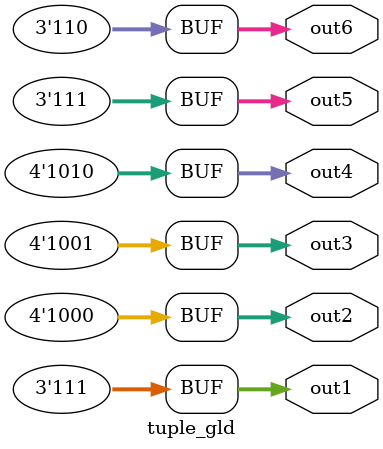
<source format=v>
module tuple_gld (
  output [2:0] out1,
  output [3:0] out2,
  output [3:0] out3,
  output [3:0] out4,
  output [2:0] out5,
  output [2:0] out6
);

assign out1 = 3'd7;
assign out2 = 4'd8;
assign out3 = 4'd9;
assign out4 = 4'd10;
assign out5 = 3'd7;
assign out6 = 3'd6;

endmodule

</source>
